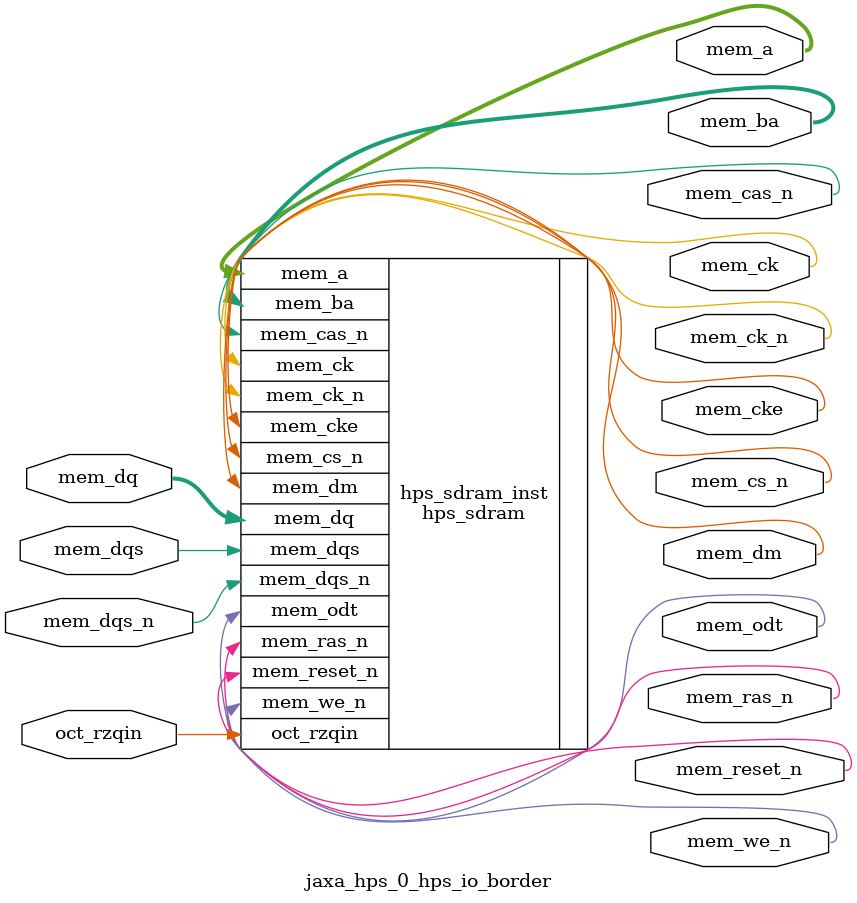
<source format=sv>


module jaxa_hps_0_hps_io_border(
// memory
  output wire [13 - 1 : 0 ] mem_a
 ,output wire [3 - 1 : 0 ] mem_ba
 ,output wire [1 - 1 : 0 ] mem_ck
 ,output wire [1 - 1 : 0 ] mem_ck_n
 ,output wire [1 - 1 : 0 ] mem_cke
 ,output wire [1 - 1 : 0 ] mem_cs_n
 ,output wire [1 - 1 : 0 ] mem_ras_n
 ,output wire [1 - 1 : 0 ] mem_cas_n
 ,output wire [1 - 1 : 0 ] mem_we_n
 ,output wire [1 - 1 : 0 ] mem_reset_n
 ,inout wire [8 - 1 : 0 ] mem_dq
 ,inout wire [1 - 1 : 0 ] mem_dqs
 ,inout wire [1 - 1 : 0 ] mem_dqs_n
 ,output wire [1 - 1 : 0 ] mem_odt
 ,output wire [1 - 1 : 0 ] mem_dm
 ,input wire [1 - 1 : 0 ] oct_rzqin
);


hps_sdram hps_sdram_inst(
 .mem_dq({
    mem_dq[7:0] // 7:0
  })
,.mem_odt({
    mem_odt[0:0] // 0:0
  })
,.mem_ras_n({
    mem_ras_n[0:0] // 0:0
  })
,.mem_dqs_n({
    mem_dqs_n[0:0] // 0:0
  })
,.mem_dqs({
    mem_dqs[0:0] // 0:0
  })
,.mem_dm({
    mem_dm[0:0] // 0:0
  })
,.mem_we_n({
    mem_we_n[0:0] // 0:0
  })
,.mem_cas_n({
    mem_cas_n[0:0] // 0:0
  })
,.mem_ba({
    mem_ba[2:0] // 2:0
  })
,.mem_a({
    mem_a[12:0] // 12:0
  })
,.mem_cs_n({
    mem_cs_n[0:0] // 0:0
  })
,.mem_ck({
    mem_ck[0:0] // 0:0
  })
,.mem_cke({
    mem_cke[0:0] // 0:0
  })
,.oct_rzqin({
    oct_rzqin[0:0] // 0:0
  })
,.mem_reset_n({
    mem_reset_n[0:0] // 0:0
  })
,.mem_ck_n({
    mem_ck_n[0:0] // 0:0
  })
);

endmodule


</source>
